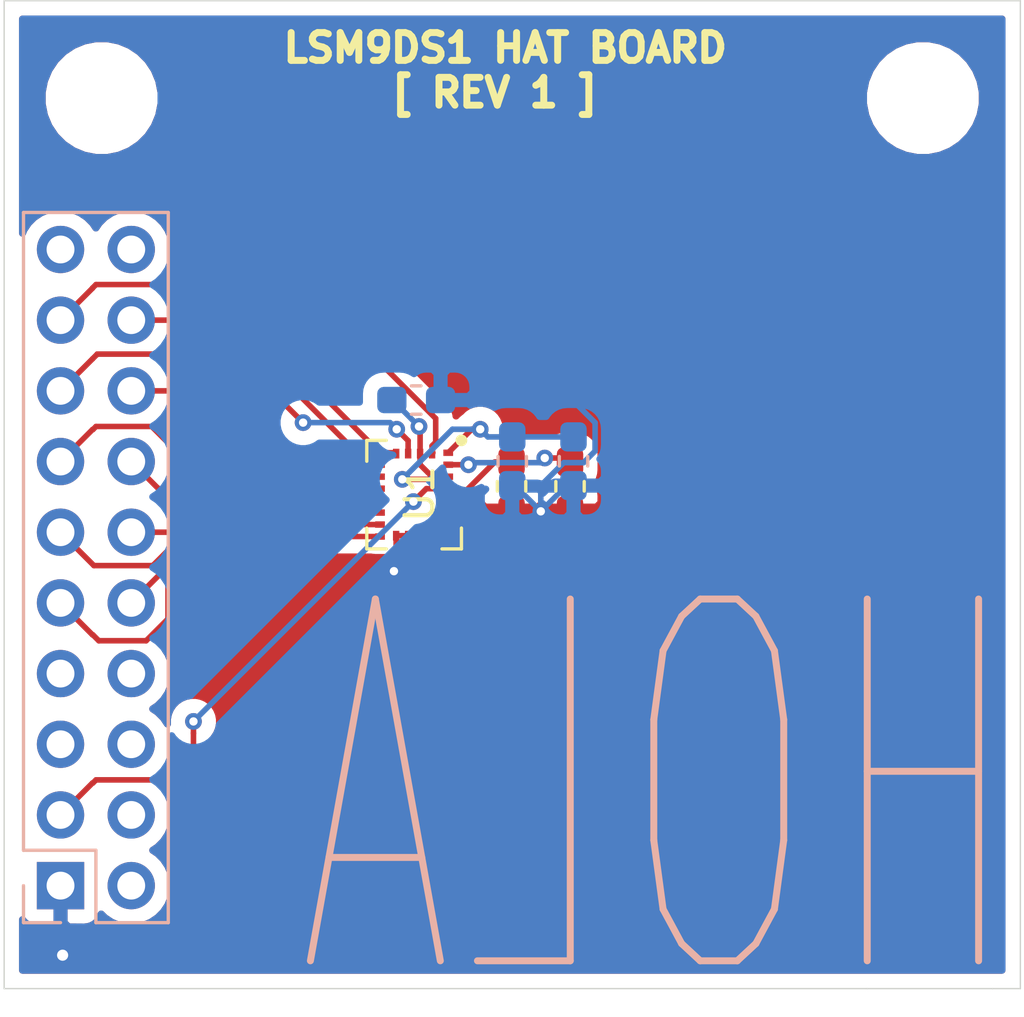
<source format=kicad_pcb>
(kicad_pcb (version 20171130) (host pcbnew "(5.1.6)-1")

  (general
    (thickness 1.6)
    (drawings 8)
    (tracks 133)
    (zones 0)
    (modules 9)
    (nets 23)
  )

  (page A4)
  (layers
    (0 F.Cu signal)
    (31 B.Cu signal)
    (32 B.Adhes user)
    (33 F.Adhes user)
    (34 B.Paste user)
    (35 F.Paste user)
    (36 B.SilkS user)
    (37 F.SilkS user)
    (38 B.Mask user)
    (39 F.Mask user)
    (40 Dwgs.User user)
    (41 Cmts.User user)
    (42 Eco1.User user)
    (43 Eco2.User user)
    (44 Edge.Cuts user)
    (45 Margin user)
    (46 B.CrtYd user)
    (47 F.CrtYd user)
    (48 B.Fab user)
    (49 F.Fab user)
  )

  (setup
    (last_trace_width 0.25)
    (user_trace_width 0.2)
    (user_trace_width 1)
    (user_trace_width 2)
    (trace_clearance 0.2)
    (zone_clearance 0.508)
    (zone_45_only no)
    (trace_min 0.2)
    (via_size 0.8)
    (via_drill 0.4)
    (via_min_size 0.4)
    (via_min_drill 0.3)
    (user_via 0.6 0.3)
    (user_via 1 0.5)
    (uvia_size 0.3)
    (uvia_drill 0.1)
    (uvias_allowed no)
    (uvia_min_size 0.2)
    (uvia_min_drill 0.1)
    (edge_width 0.05)
    (segment_width 0.2)
    (pcb_text_width 0.3)
    (pcb_text_size 1.5 1.5)
    (mod_edge_width 0.12)
    (mod_text_size 1 1)
    (mod_text_width 0.15)
    (pad_size 3 3)
    (pad_drill 3)
    (pad_to_mask_clearance 0.05)
    (aux_axis_origin 0 0)
    (visible_elements 7FFFFFFF)
    (pcbplotparams
      (layerselection 0x010fc_ffffffff)
      (usegerberextensions false)
      (usegerberattributes true)
      (usegerberadvancedattributes true)
      (creategerberjobfile true)
      (excludeedgelayer true)
      (linewidth 0.100000)
      (plotframeref false)
      (viasonmask false)
      (mode 1)
      (useauxorigin false)
      (hpglpennumber 1)
      (hpglpenspeed 20)
      (hpglpendiameter 15.000000)
      (psnegative false)
      (psa4output false)
      (plotreference true)
      (plotvalue true)
      (plotinvisibletext false)
      (padsonsilk false)
      (subtractmaskfromsilk false)
      (outputformat 1)
      (mirror false)
      (drillshape 1)
      (scaleselection 1)
      (outputdirectory ""))
  )

  (net 0 "")
  (net 1 GND)
  (net 2 "Net-(C1-Pad1)")
  (net 3 +3V3)
  (net 4 "Net-(C3-Pad1)")
  (net 5 /MISO)
  (net 6 /SCLK)
  (net 7 /MOSI)
  (net 8 /male_pin/H_RX)
  (net 9 /male_pin/H_TX)
  (net 10 /CS)
  (net 11 /INT1)
  (net 12 /INT2)
  (net 13 /INTM)
  (net 14 /CSM)
  (net 15 /DRDYM)
  (net 16 /DEN)
  (net 17 /male_pin/H_PIN_7)
  (net 18 /male_pin/H_PIN_8)
  (net 19 /male_pin/H_PIN_9)
  (net 20 /male_pin/H_PIN_10)
  (net 21 /male_pin/H_PIN_11)
  (net 22 /male_pin/+BATT)

  (net_class Default "This is the default net class."
    (clearance 0.2)
    (trace_width 0.25)
    (via_dia 0.8)
    (via_drill 0.4)
    (uvia_dia 0.3)
    (uvia_drill 0.1)
    (add_net +3V3)
    (add_net /CS)
    (add_net /CSM)
    (add_net /DEN)
    (add_net /DRDYM)
    (add_net /INT1)
    (add_net /INT2)
    (add_net /INTM)
    (add_net /MISO)
    (add_net /MOSI)
    (add_net /SCLK)
    (add_net /male_pin/+BATT)
    (add_net /male_pin/H_PIN_10)
    (add_net /male_pin/H_PIN_11)
    (add_net /male_pin/H_PIN_7)
    (add_net /male_pin/H_PIN_8)
    (add_net /male_pin/H_PIN_9)
    (add_net /male_pin/H_RX)
    (add_net /male_pin/H_TX)
    (add_net GND)
    (add_net "Net-(C1-Pad1)")
    (add_net "Net-(C3-Pad1)")
  )

  (module MountingHole:MountingHole_3mm (layer F.Cu) (tedit 56D1B4CB) (tstamp 5FF7EE2A)
    (at 162.5 60)
    (descr "Mounting Hole 3mm, no annular")
    (tags "mounting hole 3mm no annular")
    (path /5FA45FD6)
    (attr virtual)
    (fp_text reference H3 (at -4 1) (layer F.SilkS) hide
      (effects (font (size 1 1) (thickness 0.15)))
    )
    (fp_text value MountingHole (at -1.5 2) (layer F.Fab)
      (effects (font (size 1 1) (thickness 0.15)))
    )
    (fp_circle (center 0 0) (end 3 0) (layer Cmts.User) (width 0.15))
    (fp_circle (center 0 0) (end 3.25 0) (layer F.CrtYd) (width 0.05))
    (fp_text user %R (at 0.3 0) (layer F.Fab)
      (effects (font (size 1 1) (thickness 0.15)))
    )
    (pad 1 np_thru_hole circle (at 0 0) (size 3 3) (drill 3) (layers *.Cu *.Mask))
  )

  (module MountingHole:MountingHole_3mm (layer F.Cu) (tedit 56D1B4CB) (tstamp 5FF7EE2A)
    (at 133 60)
    (descr "Mounting Hole 3mm, no annular")
    (tags "mounting hole 3mm no annular")
    (path /5FA45FD6)
    (attr virtual)
    (fp_text reference H1 (at 4 1) (layer F.SilkS) hide
      (effects (font (size 1 1) (thickness 0.15)))
    )
    (fp_text value MountingHole (at 1.5 2 180) (layer F.Fab)
      (effects (font (size 1 1) (thickness 0.15)))
    )
    (fp_circle (center 0 0) (end 3 0) (layer Cmts.User) (width 0.15))
    (fp_circle (center 0 0) (end 3.25 0) (layer F.CrtYd) (width 0.05))
    (fp_text user %R (at 0.3 0) (layer F.Fab)
      (effects (font (size 1 1) (thickness 0.15)))
    )
    (pad 1 np_thru_hole circle (at 0 0) (size 3 3) (drill 3) (layers *.Cu *.Mask))
  )

  (module Connector_PinHeader_2.54mm:PinHeader_2x10_P2.54mm_Vertical (layer B.Cu) (tedit 59FED5CC) (tstamp 5FF84374)
    (at 131.525 88.3)
    (descr "Through hole straight pin header, 2x10, 2.54mm pitch, double rows")
    (tags "Through hole pin header THT 2x10 2.54mm double row")
    (path /5FF642D7/5FF82731)
    (fp_text reference J1 (at 0.975 2.7) (layer F.SilkS) hide
      (effects (font (size 1 1) (thickness 0.15)))
    )
    (fp_text value Conn_02x10_Odd_Even (at -0.525 -11.3 90) (layer F.Fab)
      (effects (font (size 1 1) (thickness 0.15)))
    )
    (fp_line (start 0 1.27) (end 3.81 1.27) (layer B.Fab) (width 0.1))
    (fp_line (start 3.81 1.27) (end 3.81 -24.13) (layer B.Fab) (width 0.1))
    (fp_line (start 3.81 -24.13) (end -1.27 -24.13) (layer B.Fab) (width 0.1))
    (fp_line (start -1.27 -24.13) (end -1.27 0) (layer B.Fab) (width 0.1))
    (fp_line (start -1.27 0) (end 0 1.27) (layer B.Fab) (width 0.1))
    (fp_line (start -1.33 -24.19) (end 3.87 -24.19) (layer B.SilkS) (width 0.12))
    (fp_line (start -1.33 -1.27) (end -1.33 -24.19) (layer B.SilkS) (width 0.12))
    (fp_line (start 3.87 1.33) (end 3.87 -24.19) (layer B.SilkS) (width 0.12))
    (fp_line (start -1.33 -1.27) (end 1.27 -1.27) (layer B.SilkS) (width 0.12))
    (fp_line (start 1.27 -1.27) (end 1.27 1.33) (layer B.SilkS) (width 0.12))
    (fp_line (start 1.27 1.33) (end 3.87 1.33) (layer B.SilkS) (width 0.12))
    (fp_line (start -1.33 0) (end -1.33 1.33) (layer B.SilkS) (width 0.12))
    (fp_line (start -1.33 1.33) (end 0 1.33) (layer B.SilkS) (width 0.12))
    (fp_line (start -1.8 1.8) (end -1.8 -24.65) (layer B.CrtYd) (width 0.05))
    (fp_line (start -1.8 -24.65) (end 4.35 -24.65) (layer B.CrtYd) (width 0.05))
    (fp_line (start 4.35 -24.65) (end 4.35 1.8) (layer B.CrtYd) (width 0.05))
    (fp_line (start 4.35 1.8) (end -1.8 1.8) (layer B.CrtYd) (width 0.05))
    (fp_text user %R (at 1.27 -11.43 -90) (layer B.Fab)
      (effects (font (size 1 1) (thickness 0.15)) (justify mirror))
    )
    (pad 20 thru_hole oval (at 2.54 -22.86) (size 1.7 1.7) (drill 1) (layers *.Cu *.Mask)
      (net 8 /male_pin/H_RX))
    (pad 19 thru_hole oval (at 0 -22.86) (size 1.7 1.7) (drill 1) (layers *.Cu *.Mask)
      (net 9 /male_pin/H_TX))
    (pad 18 thru_hole oval (at 2.54 -20.32) (size 1.7 1.7) (drill 1) (layers *.Cu *.Mask)
      (net 5 /MISO))
    (pad 17 thru_hole oval (at 0 -20.32) (size 1.7 1.7) (drill 1) (layers *.Cu *.Mask)
      (net 6 /SCLK))
    (pad 16 thru_hole oval (at 2.54 -17.78) (size 1.7 1.7) (drill 1) (layers *.Cu *.Mask)
      (net 7 /MOSI))
    (pad 15 thru_hole oval (at 0 -17.78) (size 1.7 1.7) (drill 1) (layers *.Cu *.Mask)
      (net 10 /CS))
    (pad 14 thru_hole oval (at 2.54 -15.24) (size 1.7 1.7) (drill 1) (layers *.Cu *.Mask)
      (net 15 /DRDYM))
    (pad 13 thru_hole oval (at 0 -15.24) (size 1.7 1.7) (drill 1) (layers *.Cu *.Mask)
      (net 14 /CSM))
    (pad 12 thru_hole oval (at 2.54 -12.7) (size 1.7 1.7) (drill 1) (layers *.Cu *.Mask)
      (net 13 /INTM))
    (pad 11 thru_hole oval (at 0 -12.7) (size 1.7 1.7) (drill 1) (layers *.Cu *.Mask)
      (net 11 /INT1))
    (pad 10 thru_hole oval (at 2.54 -10.16) (size 1.7 1.7) (drill 1) (layers *.Cu *.Mask)
      (net 12 /INT2))
    (pad 9 thru_hole oval (at 0 -10.16) (size 1.7 1.7) (drill 1) (layers *.Cu *.Mask)
      (net 16 /DEN))
    (pad 8 thru_hole oval (at 2.54 -7.62) (size 1.7 1.7) (drill 1) (layers *.Cu *.Mask)
      (net 17 /male_pin/H_PIN_7))
    (pad 7 thru_hole oval (at 0 -7.62) (size 1.7 1.7) (drill 1) (layers *.Cu *.Mask)
      (net 18 /male_pin/H_PIN_8))
    (pad 6 thru_hole oval (at 2.54 -5.08) (size 1.7 1.7) (drill 1) (layers *.Cu *.Mask)
      (net 19 /male_pin/H_PIN_9))
    (pad 5 thru_hole oval (at 0 -5.08) (size 1.7 1.7) (drill 1) (layers *.Cu *.Mask)
      (net 20 /male_pin/H_PIN_10))
    (pad 4 thru_hole oval (at 2.54 -2.54) (size 1.7 1.7) (drill 1) (layers *.Cu *.Mask)
      (net 21 /male_pin/H_PIN_11))
    (pad 3 thru_hole oval (at 0 -2.54) (size 1.7 1.7) (drill 1) (layers *.Cu *.Mask)
      (net 3 +3V3))
    (pad 2 thru_hole oval (at 2.54 0) (size 1.7 1.7) (drill 1) (layers *.Cu *.Mask)
      (net 22 /male_pin/+BATT))
    (pad 1 thru_hole rect (at 0 0) (size 1.7 1.7) (drill 1) (layers *.Cu *.Mask)
      (net 1 GND))
    (model ${KISYS3DMOD}/Connector_PinHeader_2.54mm.3dshapes/PinHeader_2x10_P2.54mm_Vertical.wrl
      (at (xyz 0 0 0))
      (scale (xyz 1 1 1))
      (rotate (xyz 0 0 0))
    )
  )

  (module Package_LGA:LGA-24L_3x3.5mm_P0.43mm (layer F.Cu) (tedit 5A02F217) (tstamp 5FF7D40B)
    (at 144.225 74.25 270)
    (descr "LGA 24L 3x3.5mm Pitch 0.43mm")
    (tags "LGA 24L 3x3.5mm Pitch 0.43mm")
    (path /5FF5E858/5FF62050)
    (attr smd)
    (fp_text reference U1 (at -0.025 -0.2 90) (layer F.SilkS)
      (effects (font (size 1 1) (thickness 0.15)))
    )
    (fp_text value LSM9DS1 (at -0.225 0.65 90) (layer F.Fab)
      (effects (font (size 1 1) (thickness 0.15)))
    )
    (fp_circle (center -1.95 -1.7) (end -1.89 -1.7) (layer F.SilkS) (width 0.12))
    (fp_circle (center -1.3 -1) (end -1.3 -0.95) (layer F.Fab) (width 0.1))
    (fp_line (start -2.1 1.85) (end -2.1 -1.85) (layer F.CrtYd) (width 0.05))
    (fp_line (start 2.1 1.85) (end -2.1 1.85) (layer F.CrtYd) (width 0.05))
    (fp_line (start 2.1 -1.85) (end 2.1 1.85) (layer F.CrtYd) (width 0.05))
    (fp_line (start -2.1 -1.85) (end 2.1 -1.85) (layer F.CrtYd) (width 0.05))
    (fp_circle (center -1.95 -1.7) (end -1.8 -1.7) (layer F.SilkS) (width 0.12))
    (fp_line (start -1.95 1.7) (end -1.95 1) (layer F.SilkS) (width 0.12))
    (fp_line (start 1.95 1.7) (end 1.2 1.7) (layer F.SilkS) (width 0.12))
    (fp_line (start 1.95 -1.7) (end 1.95 -1) (layer F.SilkS) (width 0.12))
    (fp_line (start 1.2 -1.7) (end 1.95 -1.7) (layer F.SilkS) (width 0.12))
    (fp_circle (center -1.3 -1) (end -1.3 -0.85) (layer F.Fab) (width 0.1))
    (fp_line (start -1.75 1.5) (end -1.75 -1.5) (layer F.Fab) (width 0.1))
    (fp_line (start 1.75 1.5) (end -1.75 1.5) (layer F.Fab) (width 0.1))
    (fp_line (start 1.75 -1.5) (end 1.75 1.5) (layer F.Fab) (width 0.1))
    (fp_line (start -1.75 -1.5) (end 1.75 -1.5) (layer F.Fab) (width 0.1))
    (fp_line (start 1.95 1) (end 1.95 1.7) (layer F.SilkS) (width 0.12))
    (fp_line (start -1.2 1.7) (end -1.95 1.7) (layer F.SilkS) (width 0.12))
    (fp_text user %R (at -0.025 -0.325 90) (layer F.Fab)
      (effects (font (size 1 1) (thickness 0.15)))
    )
    (pad 13 smd rect (at 1.505 1.225 270) (size 0.23 0.35) (layers F.Cu F.Paste F.Mask)
      (net 16 /DEN))
    (pad 12 smd rect (at 1.075 1.225 270) (size 0.23 0.35) (layers F.Cu F.Paste F.Mask)
      (net 12 /INT2))
    (pad 11 smd rect (at 0.645 1.225 270) (size 0.23 0.35) (layers F.Cu F.Paste F.Mask)
      (net 11 /INT1))
    (pad 10 smd rect (at 0.215 1.225 270) (size 0.23 0.35) (layers F.Cu F.Paste F.Mask)
      (net 13 /INTM))
    (pad 9 smd rect (at -0.215 1.225 270) (size 0.23 0.35) (layers F.Cu F.Paste F.Mask)
      (net 15 /DRDYM))
    (pad 8 smd rect (at -0.645 1.225 270) (size 0.23 0.35) (layers F.Cu F.Paste F.Mask)
      (net 14 /CSM))
    (pad 7 smd rect (at -1.075 1.225 270) (size 0.23 0.35) (layers F.Cu F.Paste F.Mask)
      (net 10 /CS))
    (pad 6 smd rect (at -1.505 1.225 270) (size 0.23 0.35) (layers F.Cu F.Paste F.Mask)
      (net 5 /MISO))
    (pad 18 smd rect (at 1.505 -1.225 270) (size 0.23 0.35) (layers F.Cu F.Paste F.Mask)
      (net 1 GND))
    (pad 19 smd rect (at 1.075 -1.225 270) (size 0.23 0.35) (layers F.Cu F.Paste F.Mask)
      (net 1 GND))
    (pad 20 smd rect (at 0.645 -1.225 270) (size 0.23 0.35) (layers F.Cu F.Paste F.Mask)
      (net 1 GND))
    (pad 21 smd rect (at 0.215 -1.225 270) (size 0.23 0.35) (layers F.Cu F.Paste F.Mask)
      (net 2 "Net-(C1-Pad1)"))
    (pad 22 smd rect (at -0.215 -1.225 270) (size 0.23 0.35) (layers F.Cu F.Paste F.Mask)
      (net 3 +3V3))
    (pad 23 smd rect (at -0.645 -1.225 270) (size 0.23 0.35) (layers F.Cu F.Paste F.Mask)
      (net 3 +3V3))
    (pad 24 smd rect (at -1.075 -1.225 270) (size 0.23 0.35) (layers F.Cu F.Paste F.Mask)
      (net 4 "Net-(C3-Pad1)"))
    (pad 14 smd rect (at 1.475 0.645 270) (size 0.35 0.23) (layers F.Cu F.Paste F.Mask)
      (net 1 GND))
    (pad 5 smd rect (at -1.475 0.645 270) (size 0.35 0.23) (layers F.Cu F.Paste F.Mask)
      (net 5 /MISO))
    (pad 15 smd rect (at 1.475 0.215 270) (size 0.35 0.23) (layers F.Cu F.Paste F.Mask)
      (net 1 GND))
    (pad 4 smd rect (at -1.475 0.215 270) (size 0.35 0.23) (layers F.Cu F.Paste F.Mask)
      (net 7 /MOSI))
    (pad 16 smd rect (at 1.475 -0.215 270) (size 0.35 0.23) (layers F.Cu F.Paste F.Mask)
      (net 1 GND))
    (pad 3 smd rect (at -1.475 -0.215 270) (size 0.35 0.23) (layers F.Cu F.Paste F.Mask)
      (net 3 +3V3))
    (pad 17 smd rect (at 1.475 -0.645 270) (size 0.35 0.23) (layers F.Cu F.Paste F.Mask)
      (net 1 GND))
    (pad 2 smd rect (at -1.475 -0.645 270) (size 0.35 0.23) (layers F.Cu F.Paste F.Mask)
      (net 6 /SCLK))
    (pad 1 smd rect (at -1.505 -1.225 270) (size 0.23 0.35) (layers F.Cu F.Paste F.Mask)
      (net 3 +3V3))
    (model ${KISYS3DMOD}/Package_LGA.3dshapes/LGA-24L_3x3.5mm_P0.43mm.wrl
      (at (xyz 0 0 0))
      (scale (xyz 1 1 1))
      (rotate (xyz 0 0 0))
    )
  )

  (module Capacitor_SMD:C_0603_1608Metric_Pad1.05x0.95mm_HandSolder (layer B.Cu) (tedit 5B301BBE) (tstamp 5FF7D3B4)
    (at 149.95 73.05 270)
    (descr "Capacitor SMD 0603 (1608 Metric), square (rectangular) end terminal, IPC_7351 nominal with elongated pad for handsoldering. (Body size source: http://www.tortai-tech.com/upload/download/2011102023233369053.pdf), generated with kicad-footprint-generator")
    (tags "capacitor handsolder")
    (path /5FF5E858/5FF62068)
    (attr smd)
    (fp_text reference C5 (at 1.8 0 180) (layer B.SilkS) hide
      (effects (font (size 1 1) (thickness 0.15)) (justify mirror))
    )
    (fp_text value 10uF (at 0.1 0.1 270) (layer B.Fab)
      (effects (font (size 1 1) (thickness 0.15)) (justify mirror))
    )
    (fp_line (start -0.8 -0.4) (end -0.8 0.4) (layer B.Fab) (width 0.1))
    (fp_line (start -0.8 0.4) (end 0.8 0.4) (layer B.Fab) (width 0.1))
    (fp_line (start 0.8 0.4) (end 0.8 -0.4) (layer B.Fab) (width 0.1))
    (fp_line (start 0.8 -0.4) (end -0.8 -0.4) (layer B.Fab) (width 0.1))
    (fp_line (start -0.171267 0.51) (end 0.171267 0.51) (layer B.SilkS) (width 0.12))
    (fp_line (start -0.171267 -0.51) (end 0.171267 -0.51) (layer B.SilkS) (width 0.12))
    (fp_line (start -1.65 -0.73) (end -1.65 0.73) (layer B.CrtYd) (width 0.05))
    (fp_line (start -1.65 0.73) (end 1.65 0.73) (layer B.CrtYd) (width 0.05))
    (fp_line (start 1.65 0.73) (end 1.65 -0.73) (layer B.CrtYd) (width 0.05))
    (fp_line (start 1.65 -0.73) (end -1.65 -0.73) (layer B.CrtYd) (width 0.05))
    (fp_text user %R (at 0 0 270) (layer B.Fab)
      (effects (font (size 0.4 0.4) (thickness 0.06)) (justify mirror))
    )
    (pad 2 smd roundrect (at 0.875 0 270) (size 1.05 0.95) (layers B.Cu B.Paste B.Mask) (roundrect_rratio 0.25)
      (net 1 GND))
    (pad 1 smd roundrect (at -0.875 0 270) (size 1.05 0.95) (layers B.Cu B.Paste B.Mask) (roundrect_rratio 0.25)
      (net 3 +3V3))
    (model ${KISYS3DMOD}/Capacitor_SMD.3dshapes/C_0603_1608Metric.wrl
      (at (xyz 0 0 0))
      (scale (xyz 1 1 1))
      (rotate (xyz 0 0 0))
    )
  )

  (module Capacitor_SMD:C_0603_1608Metric_Pad1.05x0.95mm_HandSolder (layer B.Cu) (tedit 5B301BBE) (tstamp 5FF7D3A3)
    (at 147.75 73.05 270)
    (descr "Capacitor SMD 0603 (1608 Metric), square (rectangular) end terminal, IPC_7351 nominal with elongated pad for handsoldering. (Body size source: http://www.tortai-tech.com/upload/download/2011102023233369053.pdf), generated with kicad-footprint-generator")
    (tags "capacitor handsolder")
    (path /5FF5E858/5FF62062)
    (attr smd)
    (fp_text reference C4 (at 1.8 0 180) (layer B.SilkS) hide
      (effects (font (size 1 1) (thickness 0.15)) (justify mirror))
    )
    (fp_text value 100nF (at -0.2 -0.1 90) (layer B.Fab)
      (effects (font (size 1 1) (thickness 0.15)) (justify mirror))
    )
    (fp_line (start -0.8 -0.4) (end -0.8 0.4) (layer B.Fab) (width 0.1))
    (fp_line (start -0.8 0.4) (end 0.8 0.4) (layer B.Fab) (width 0.1))
    (fp_line (start 0.8 0.4) (end 0.8 -0.4) (layer B.Fab) (width 0.1))
    (fp_line (start 0.8 -0.4) (end -0.8 -0.4) (layer B.Fab) (width 0.1))
    (fp_line (start -0.171267 0.51) (end 0.171267 0.51) (layer B.SilkS) (width 0.12))
    (fp_line (start -0.171267 -0.51) (end 0.171267 -0.51) (layer B.SilkS) (width 0.12))
    (fp_line (start -1.65 -0.73) (end -1.65 0.73) (layer B.CrtYd) (width 0.05))
    (fp_line (start -1.65 0.73) (end 1.65 0.73) (layer B.CrtYd) (width 0.05))
    (fp_line (start 1.65 0.73) (end 1.65 -0.73) (layer B.CrtYd) (width 0.05))
    (fp_line (start 1.65 -0.73) (end -1.65 -0.73) (layer B.CrtYd) (width 0.05))
    (fp_text user %R (at 0 0 270) (layer B.Fab)
      (effects (font (size 0.4 0.4) (thickness 0.06)) (justify mirror))
    )
    (pad 2 smd roundrect (at 0.875 0 270) (size 1.05 0.95) (layers B.Cu B.Paste B.Mask) (roundrect_rratio 0.25)
      (net 1 GND))
    (pad 1 smd roundrect (at -0.875 0 270) (size 1.05 0.95) (layers B.Cu B.Paste B.Mask) (roundrect_rratio 0.25)
      (net 3 +3V3))
    (model ${KISYS3DMOD}/Capacitor_SMD.3dshapes/C_0603_1608Metric.wrl
      (at (xyz 0 0 0))
      (scale (xyz 1 1 1))
      (rotate (xyz 0 0 0))
    )
  )

  (module Capacitor_SMD:C_0603_1608Metric_Pad1.05x0.95mm_HandSolder (layer F.Cu) (tedit 5B301BBE) (tstamp 5FF7D392)
    (at 149.825 73.95 270)
    (descr "Capacitor SMD 0603 (1608 Metric), square (rectangular) end terminal, IPC_7351 nominal with elongated pad for handsoldering. (Body size source: http://www.tortai-tech.com/upload/download/2011102023233369053.pdf), generated with kicad-footprint-generator")
    (tags "capacitor handsolder")
    (path /5FF5E858/5FF62085)
    (attr smd)
    (fp_text reference C3 (at 2.05 0 180) (layer F.SilkS) hide
      (effects (font (size 1 1) (thickness 0.15)))
    )
    (fp_text value 100nF (at 0 -0.1 90) (layer F.Fab)
      (effects (font (size 1 1) (thickness 0.15)))
    )
    (fp_line (start -0.8 0.4) (end -0.8 -0.4) (layer F.Fab) (width 0.1))
    (fp_line (start -0.8 -0.4) (end 0.8 -0.4) (layer F.Fab) (width 0.1))
    (fp_line (start 0.8 -0.4) (end 0.8 0.4) (layer F.Fab) (width 0.1))
    (fp_line (start 0.8 0.4) (end -0.8 0.4) (layer F.Fab) (width 0.1))
    (fp_line (start -0.171267 -0.51) (end 0.171267 -0.51) (layer F.SilkS) (width 0.12))
    (fp_line (start -0.171267 0.51) (end 0.171267 0.51) (layer F.SilkS) (width 0.12))
    (fp_line (start -1.65 0.73) (end -1.65 -0.73) (layer F.CrtYd) (width 0.05))
    (fp_line (start -1.65 -0.73) (end 1.65 -0.73) (layer F.CrtYd) (width 0.05))
    (fp_line (start 1.65 -0.73) (end 1.65 0.73) (layer F.CrtYd) (width 0.05))
    (fp_line (start 1.65 0.73) (end -1.65 0.73) (layer F.CrtYd) (width 0.05))
    (fp_text user %R (at 0 0 90) (layer F.Fab)
      (effects (font (size 0.4 0.4) (thickness 0.06)))
    )
    (pad 2 smd roundrect (at 0.875 0 270) (size 1.05 0.95) (layers F.Cu F.Paste F.Mask) (roundrect_rratio 0.25)
      (net 1 GND))
    (pad 1 smd roundrect (at -0.875 0 270) (size 1.05 0.95) (layers F.Cu F.Paste F.Mask) (roundrect_rratio 0.25)
      (net 4 "Net-(C3-Pad1)"))
    (model ${KISYS3DMOD}/Capacitor_SMD.3dshapes/C_0603_1608Metric.wrl
      (at (xyz 0 0 0))
      (scale (xyz 1 1 1))
      (rotate (xyz 0 0 0))
    )
  )

  (module Capacitor_SMD:C_0603_1608Metric_Pad1.05x0.95mm_HandSolder (layer B.Cu) (tedit 5B301BBE) (tstamp 5FF7D381)
    (at 144.3 70.85)
    (descr "Capacitor SMD 0603 (1608 Metric), square (rectangular) end terminal, IPC_7351 nominal with elongated pad for handsoldering. (Body size source: http://www.tortai-tech.com/upload/download/2011102023233369053.pdf), generated with kicad-footprint-generator")
    (tags "capacitor handsolder")
    (path /5FF5E858/5FF620AD)
    (attr smd)
    (fp_text reference C2 (at 1.8 0 90) (layer B.SilkS) hide
      (effects (font (size 1 1) (thickness 0.15)) (justify mirror))
    )
    (fp_text value 100nF (at -0.2 0) (layer B.Fab)
      (effects (font (size 1 1) (thickness 0.15)) (justify mirror))
    )
    (fp_line (start -0.8 -0.4) (end -0.8 0.4) (layer B.Fab) (width 0.1))
    (fp_line (start -0.8 0.4) (end 0.8 0.4) (layer B.Fab) (width 0.1))
    (fp_line (start 0.8 0.4) (end 0.8 -0.4) (layer B.Fab) (width 0.1))
    (fp_line (start 0.8 -0.4) (end -0.8 -0.4) (layer B.Fab) (width 0.1))
    (fp_line (start -0.171267 0.51) (end 0.171267 0.51) (layer B.SilkS) (width 0.12))
    (fp_line (start -0.171267 -0.51) (end 0.171267 -0.51) (layer B.SilkS) (width 0.12))
    (fp_line (start -1.65 -0.73) (end -1.65 0.73) (layer B.CrtYd) (width 0.05))
    (fp_line (start -1.65 0.73) (end 1.65 0.73) (layer B.CrtYd) (width 0.05))
    (fp_line (start 1.65 0.73) (end 1.65 -0.73) (layer B.CrtYd) (width 0.05))
    (fp_line (start 1.65 -0.73) (end -1.65 -0.73) (layer B.CrtYd) (width 0.05))
    (fp_text user %R (at 0 0) (layer B.Fab)
      (effects (font (size 0.4 0.4) (thickness 0.06)) (justify mirror))
    )
    (pad 2 smd roundrect (at 0.875 0) (size 1.05 0.95) (layers B.Cu B.Paste B.Mask) (roundrect_rratio 0.25)
      (net 1 GND))
    (pad 1 smd roundrect (at -0.875 0) (size 1.05 0.95) (layers B.Cu B.Paste B.Mask) (roundrect_rratio 0.25)
      (net 3 +3V3))
    (model ${KISYS3DMOD}/Capacitor_SMD.3dshapes/C_0603_1608Metric.wrl
      (at (xyz 0 0 0))
      (scale (xyz 1 1 1))
      (rotate (xyz 0 0 0))
    )
  )

  (module Capacitor_SMD:C_0603_1608Metric_Pad1.05x0.95mm_HandSolder (layer F.Cu) (tedit 5B301BBE) (tstamp 5FF7D370)
    (at 147.725 73.95 270)
    (descr "Capacitor SMD 0603 (1608 Metric), square (rectangular) end terminal, IPC_7351 nominal with elongated pad for handsoldering. (Body size source: http://www.tortai-tech.com/upload/download/2011102023233369053.pdf), generated with kicad-footprint-generator")
    (tags "capacitor handsolder")
    (path /5FF5E858/5FF62095)
    (attr smd)
    (fp_text reference C1 (at 2 -0.1) (layer F.SilkS) hide
      (effects (font (size 1 1) (thickness 0.15)))
    )
    (fp_text value 10nF (at 0 0.1 90) (layer F.Fab)
      (effects (font (size 1 1) (thickness 0.15)))
    )
    (fp_line (start -0.8 0.4) (end -0.8 -0.4) (layer F.Fab) (width 0.1))
    (fp_line (start -0.8 -0.4) (end 0.8 -0.4) (layer F.Fab) (width 0.1))
    (fp_line (start 0.8 -0.4) (end 0.8 0.4) (layer F.Fab) (width 0.1))
    (fp_line (start 0.8 0.4) (end -0.8 0.4) (layer F.Fab) (width 0.1))
    (fp_line (start -0.171267 -0.51) (end 0.171267 -0.51) (layer F.SilkS) (width 0.12))
    (fp_line (start -0.171267 0.51) (end 0.171267 0.51) (layer F.SilkS) (width 0.12))
    (fp_line (start -1.65 0.73) (end -1.65 -0.73) (layer F.CrtYd) (width 0.05))
    (fp_line (start -1.65 -0.73) (end 1.65 -0.73) (layer F.CrtYd) (width 0.05))
    (fp_line (start 1.65 -0.73) (end 1.65 0.73) (layer F.CrtYd) (width 0.05))
    (fp_line (start 1.65 0.73) (end -1.65 0.73) (layer F.CrtYd) (width 0.05))
    (fp_text user %R (at 0 0 90) (layer F.Fab)
      (effects (font (size 0.4 0.4) (thickness 0.06)))
    )
    (pad 2 smd roundrect (at 0.875 0 270) (size 1.05 0.95) (layers F.Cu F.Paste F.Mask) (roundrect_rratio 0.25)
      (net 1 GND))
    (pad 1 smd roundrect (at -0.875 0 270) (size 1.05 0.95) (layers F.Cu F.Paste F.Mask) (roundrect_rratio 0.25)
      (net 2 "Net-(C1-Pad1)"))
    (model ${KISYS3DMOD}/Capacitor_SMD.3dshapes/C_0603_1608Metric.wrl
      (at (xyz 0 0 0))
      (scale (xyz 1 1 1))
      (rotate (xyz 0 0 0))
    )
  )

  (gr_text HOLA (at 153 85) (layer B.SilkS)
    (effects (font (size 13 7) (thickness 0.25)) (justify mirror))
  )
  (gr_text "LSM9DS1 HAT BOARD\n           [ REV 1 ]            " (at 147.5 59) (layer F.SilkS)
    (effects (font (size 1 1) (thickness 0.25)))
  )
  (gr_line (start 166 92) (end 165 92) (layer Edge.Cuts) (width 0.05) (tstamp 5FFBE8E0))
  (gr_line (start 166 56.5) (end 166 92) (layer Edge.Cuts) (width 0.05))
  (gr_line (start 165 92) (end 160.5 92) (layer Edge.Cuts) (width 0.05) (tstamp 5FFBE8DA))
  (gr_line (start 129.5 56.5) (end 166 56.5) (layer Edge.Cuts) (width 0.05))
  (gr_line (start 129.5 92) (end 160.5 92) (layer Edge.Cuts) (width 0.05))
  (gr_line (start 129.5 56.5) (end 129.5 92) (layer Edge.Cuts) (width 0.05))

  (via (at 131.6 90.8) (size 0.8) (drill 0.4) (layers F.Cu B.Cu) (net 1))
  (segment (start 131.6 90.8) (end 131.6 88.375) (width 0.25) (layer F.Cu) (net 1))
  (segment (start 131.6 88.375) (end 131.525 88.3) (width 0.2) (layer F.Cu) (net 1))
  (via (at 148.775 74.85) (size 0.6) (drill 0.3) (layers F.Cu B.Cu) (net 1))
  (segment (start 145.45 75.325) (end 145.45 75.755) (width 0.2) (layer F.Cu) (net 1))
  (segment (start 144.9 75.755) (end 144.87 75.725) (width 0.2) (layer F.Cu) (net 1))
  (segment (start 145.45 75.755) (end 144.9 75.755) (width 0.2) (layer F.Cu) (net 1))
  (segment (start 143.58 75.725) (end 144.01 75.725) (width 0.2) (layer F.Cu) (net 1))
  (segment (start 144.44 75.725) (end 144.01 75.725) (width 0.2) (layer F.Cu) (net 1))
  (segment (start 144.44 75.725) (end 144.87 75.725) (width 0.2) (layer F.Cu) (net 1))
  (segment (start 148.8 74.825) (end 148.775 74.85) (width 0.2) (layer F.Cu) (net 1))
  (segment (start 149.825 74.825) (end 148.8 74.825) (width 0.2) (layer F.Cu) (net 1))
  (segment (start 147.85 73.925) (end 148.775 74.85) (width 0.2) (layer B.Cu) (net 1))
  (segment (start 147.75 73.925) (end 147.85 73.925) (width 0.2) (layer B.Cu) (net 1))
  (segment (start 149.7 73.925) (end 148.775 74.85) (width 0.2) (layer B.Cu) (net 1))
  (segment (start 149.95 73.925) (end 149.7 73.925) (width 0.2) (layer B.Cu) (net 1))
  (segment (start 148.725 74.9) (end 148.775 74.85) (width 0.2) (layer B.Cu) (net 1))
  (segment (start 148.8 74.825) (end 148.775 74.85) (width 0.2) (layer B.Cu) (net 1))
  (segment (start 148.775 73.925) (end 148.775 74.85) (width 0.2) (layer B.Cu) (net 1))
  (segment (start 149.6 73.1) (end 148.775 73.925) (width 0.2) (layer B.Cu) (net 1))
  (segment (start 149.910156 70.85) (end 150.72501 71.664854) (width 0.2) (layer B.Cu) (net 1))
  (segment (start 145.175 70.85) (end 149.910156 70.85) (width 0.2) (layer B.Cu) (net 1))
  (segment (start 150.72501 71.664854) (end 150.72501 72.685146) (width 0.2) (layer B.Cu) (net 1))
  (segment (start 150.310156 73.1) (end 149.6 73.1) (width 0.2) (layer B.Cu) (net 1))
  (segment (start 150.72501 72.685146) (end 150.310156 73.1) (width 0.2) (layer B.Cu) (net 1))
  (segment (start 145.460001 74.905001) (end 145.45 74.905001) (width 0.2) (layer F.Cu) (net 1))
  (segment (start 148.75 74.825) (end 148.775 74.85) (width 0.2) (layer F.Cu) (net 1))
  (segment (start 147.725 74.825) (end 148.75 74.825) (width 0.2) (layer F.Cu) (net 1))
  (segment (start 145.45 75.325) (end 145.45 74.895) (width 0.2) (layer F.Cu) (net 1))
  (via (at 143.5 77) (size 0.6) (drill 0.3) (layers F.Cu B.Cu) (net 1))
  (segment (start 143.58 75.725) (end 143.58 76.92) (width 0.2) (layer F.Cu) (net 1))
  (segment (start 143.58 76.92) (end 143.5 77) (width 0.2) (layer F.Cu) (net 1))
  (segment (start 145.465 74.465) (end 145.479999 74.479999) (width 0.2) (layer F.Cu) (net 2))
  (segment (start 145.45 74.465) (end 145.465 74.465) (width 0.2) (layer F.Cu) (net 2))
  (segment (start 145.735 74.465) (end 145.45 74.465) (width 0.2) (layer F.Cu) (net 2))
  (segment (start 147.125 73.075) (end 145.735 74.465) (width 0.2) (layer F.Cu) (net 2))
  (segment (start 147.725 73.075) (end 147.125 73.075) (width 0.2) (layer F.Cu) (net 2))
  (segment (start 147.75 72.175) (end 149.95 72.175) (width 0.2) (layer B.Cu) (net 3))
  (via (at 146.599265 71.900735) (size 0.6) (drill 0.3) (layers F.Cu B.Cu) (net 3))
  (segment (start 147.75 72.175) (end 146.87353 72.175) (width 0.2) (layer B.Cu) (net 3))
  (segment (start 146.87353 72.175) (end 146.599265 71.900735) (width 0.2) (layer B.Cu) (net 3))
  (segment (start 146.294265 71.900735) (end 145.45 72.745) (width 0.2) (layer F.Cu) (net 3))
  (segment (start 146.599265 71.900735) (end 146.294265 71.900735) (width 0.2) (layer F.Cu) (net 3))
  (segment (start 145.45 73.605) (end 145.45 74.035) (width 0.2) (layer F.Cu) (net 3))
  (via (at 144.4 71.8) (size 0.6) (drill 0.3) (layers F.Cu B.Cu) (net 3))
  (segment (start 143.425 70.85) (end 143.45 70.85) (width 0.2) (layer B.Cu) (net 3))
  (segment (start 143.45 70.85) (end 144.4 71.8) (width 0.2) (layer B.Cu) (net 3))
  (segment (start 144.44 71.84) (end 144.44 72.775) (width 0.2) (layer F.Cu) (net 3))
  (segment (start 144.4 71.8) (end 144.44 71.84) (width 0.2) (layer F.Cu) (net 3))
  (segment (start 145.45 74.035) (end 144.665 74.035) (width 0.2) (layer F.Cu) (net 3))
  (via (at 144.2 74.5) (size 0.6) (drill 0.3) (layers F.Cu B.Cu) (net 3))
  (segment (start 144.665 74.035) (end 144.2 74.5) (width 0.2) (layer F.Cu) (net 3))
  (via (at 136.3 82.4) (size 0.6) (drill 0.3) (layers F.Cu B.Cu) (net 3))
  (segment (start 144.2 74.5) (end 136.3 82.4) (width 0.2) (layer B.Cu) (net 3))
  (segment (start 144.44 73.175002) (end 144.869998 73.605) (width 0.2) (layer F.Cu) (net 3))
  (segment (start 144.869998 73.605) (end 145.45 73.605) (width 0.2) (layer F.Cu) (net 3))
  (segment (start 144.44 72.775) (end 144.44 73.175002) (width 0.2) (layer F.Cu) (net 3))
  (segment (start 146.599265 71.900735) (end 145.599265 71.900735) (width 0.2) (layer B.Cu) (net 3))
  (via (at 143.8 73.7) (size 0.6) (drill 0.3) (layers F.Cu B.Cu) (net 3))
  (segment (start 145.599265 71.900735) (end 143.8 73.7) (width 0.2) (layer B.Cu) (net 3))
  (segment (start 145.355 73.7) (end 145.45 73.605) (width 0.2) (layer F.Cu) (net 3))
  (segment (start 143.8 73.7) (end 145.355 73.7) (width 0.2) (layer F.Cu) (net 3))
  (segment (start 136.3 82.824264) (end 136.3 82.4) (width 0.2) (layer F.Cu) (net 3))
  (segment (start 136.3 83.4) (end 136.3 82.824264) (width 0.2) (layer F.Cu) (net 3))
  (segment (start 132.675001 84.609999) (end 132.690001 84.609999) (width 0.2) (layer F.Cu) (net 3))
  (segment (start 135.2 84.5) (end 136.3 83.4) (width 0.2) (layer F.Cu) (net 3))
  (segment (start 131.525 85.76) (end 132.675001 84.609999) (width 0.2) (layer F.Cu) (net 3))
  (segment (start 132.690001 84.609999) (end 132.8 84.5) (width 0.2) (layer F.Cu) (net 3))
  (segment (start 132.8 84.5) (end 135.2 84.5) (width 0.2) (layer F.Cu) (net 3))
  (segment (start 149.9 73.35) (end 149.8 73.25) (width 0.2) (layer F.Cu) (net 4))
  (via (at 146.17647 73.175) (size 0.6) (drill 0.3) (layers F.Cu B.Cu) (net 4))
  (segment (start 145.45 73.175) (end 146.17647 73.175) (width 0.2) (layer F.Cu) (net 4))
  (via (at 148.917319 72.934152) (size 0.6) (drill 0.3) (layers F.Cu B.Cu) (net 4))
  (segment (start 148.751481 73.09999) (end 148.917319 72.934152) (width 0.2) (layer B.Cu) (net 4))
  (segment (start 146.17647 73.175) (end 146.25148 73.09999) (width 0.2) (layer B.Cu) (net 4))
  (segment (start 146.25148 73.09999) (end 148.751481 73.09999) (width 0.2) (layer B.Cu) (net 4))
  (segment (start 149.684152 72.934152) (end 149.825 73.075) (width 0.2) (layer F.Cu) (net 4))
  (segment (start 148.917319 72.934152) (end 149.684152 72.934152) (width 0.2) (layer F.Cu) (net 4))
  (segment (start 138.235 67.98) (end 143 72.745) (width 0.2) (layer F.Cu) (net 5))
  (segment (start 134.065 67.98) (end 138.235 67.98) (width 0.2) (layer F.Cu) (net 5))
  (segment (start 143.55 72.745) (end 143.58 72.775) (width 0.2) (layer F.Cu) (net 5))
  (segment (start 143 72.745) (end 143.55 72.745) (width 0.2) (layer F.Cu) (net 5))
  (segment (start 144.87 72.775) (end 144.9 72.745) (width 0.2) (layer F.Cu) (net 6))
  (segment (start 145 72.364998) (end 144.87 72.494998) (width 0.2) (layer F.Cu) (net 6))
  (segment (start 144.87 72.494998) (end 144.87 72.775) (width 0.2) (layer F.Cu) (net 6))
  (segment (start 145 71.511998) (end 145 72.364998) (width 0.2) (layer F.Cu) (net 6))
  (segment (start 140.2 66.711998) (end 145 71.511998) (width 0.2) (layer F.Cu) (net 6))
  (segment (start 132.675001 66.829999) (end 132.675001 66.824999) (width 0.2) (layer F.Cu) (net 6))
  (segment (start 132.8 66.7) (end 140.2 66.7) (width 0.2) (layer F.Cu) (net 6))
  (segment (start 131.525 67.98) (end 132.675001 66.829999) (width 0.2) (layer F.Cu) (net 6))
  (segment (start 132.675001 66.824999) (end 132.8 66.7) (width 0.2) (layer F.Cu) (net 6))
  (segment (start 140.2 66.7) (end 140.2 66.711998) (width 0.2) (layer F.Cu) (net 6))
  (via (at 140.238234 71.661766) (size 0.6) (drill 0.3) (layers F.Cu B.Cu) (net 7))
  (segment (start 134.065 70.52) (end 139.096468 70.52) (width 0.2) (layer F.Cu) (net 7))
  (segment (start 139.096468 70.52) (end 140.238234 71.661766) (width 0.2) (layer F.Cu) (net 7))
  (via (at 143.6 71.9) (size 0.6) (drill 0.3) (layers F.Cu B.Cu) (net 7))
  (segment (start 140.238234 71.661766) (end 143.361766 71.661766) (width 0.2) (layer B.Cu) (net 7))
  (segment (start 143.361766 71.661766) (end 143.6 71.9) (width 0.2) (layer B.Cu) (net 7))
  (segment (start 144.01 72.31) (end 144.01 72.775) (width 0.2) (layer F.Cu) (net 7))
  (segment (start 143.6 71.9) (end 144.01 72.31) (width 0.2) (layer F.Cu) (net 7))
  (segment (start 131.525 70.52) (end 132.675001 69.369999) (width 0.2) (layer F.Cu) (net 10))
  (segment (start 132.845 69.2) (end 132.675001 69.369999) (width 0.2) (layer F.Cu) (net 10))
  (segment (start 132.9 69.2) (end 132.845 69.2) (width 0.2) (layer F.Cu) (net 10))
  (segment (start 142.599998 73.175) (end 143 73.175) (width 0.2) (layer F.Cu) (net 10))
  (segment (start 132.845 69.2) (end 138.624998 69.2) (width 0.2) (layer F.Cu) (net 10))
  (segment (start 138.624998 69.2) (end 142.599998 73.175) (width 0.2) (layer F.Cu) (net 10))
  (segment (start 143 74.895) (end 136.744302 74.895) (width 0.2) (layer F.Cu) (net 11))
  (segment (start 132.725 76.8) (end 134.8 76.8) (width 0.2) (layer F.Cu) (net 11))
  (segment (start 134.8 76.8) (end 134.819651 76.819651) (width 0.2) (layer F.Cu) (net 11))
  (segment (start 136.744302 74.895) (end 134.819651 76.819651) (width 0.2) (layer F.Cu) (net 11))
  (segment (start 131.525 75.6) (end 132.725 76.8) (width 0.2) (layer F.Cu) (net 11))
  (segment (start 136.88 75.325) (end 143 75.325) (width 0.2) (layer F.Cu) (net 12))
  (segment (start 134.065 78.14) (end 136.88 75.325) (width 0.2) (layer F.Cu) (net 12))
  (segment (start 134.065 75.6) (end 135.473604 75.6) (width 0.2) (layer F.Cu) (net 13))
  (segment (start 136.608604 74.465) (end 143 74.465) (width 0.2) (layer F.Cu) (net 13))
  (segment (start 135.473604 75.6) (end 136.608604 74.465) (width 0.2) (layer F.Cu) (net 13))
  (segment (start 131.525 73.06) (end 132.675001 71.909999) (width 0.2) (layer F.Cu) (net 14))
  (segment (start 136.605 73.605) (end 143 73.605) (width 0.2) (layer F.Cu) (net 14))
  (segment (start 132.675001 71.909999) (end 132.690001 71.909999) (width 0.2) (layer F.Cu) (net 14))
  (segment (start 132.690001 71.909999) (end 132.8 71.8) (width 0.2) (layer F.Cu) (net 14))
  (segment (start 134.8 71.8) (end 136.605 73.605) (width 0.2) (layer F.Cu) (net 14))
  (segment (start 132.8 71.8) (end 134.8 71.8) (width 0.2) (layer F.Cu) (net 14))
  (segment (start 135.09998 74.035) (end 143 74.035) (width 0.2) (layer F.Cu) (net 15))
  (segment (start 135.04 74.035) (end 135.09998 74.035) (width 0.2) (layer F.Cu) (net 15))
  (segment (start 134.065 73.06) (end 135.04 74.035) (width 0.2) (layer F.Cu) (net 15))
  (segment (start 132.9 79.5) (end 132.690001 79.290001) (width 0.2) (layer F.Cu) (net 16))
  (segment (start 137.015698 75.755) (end 135.385349 77.385349) (width 0.2) (layer F.Cu) (net 16))
  (segment (start 135.385349 77.385349) (end 135.385349 78.714651) (width 0.2) (layer F.Cu) (net 16))
  (segment (start 132.675001 79.290001) (end 131.525 78.14) (width 0.2) (layer F.Cu) (net 16))
  (segment (start 134.6 79.5) (end 132.9 79.5) (width 0.2) (layer F.Cu) (net 16))
  (segment (start 143 75.755) (end 137.015698 75.755) (width 0.2) (layer F.Cu) (net 16))
  (segment (start 132.690001 79.290001) (end 132.675001 79.290001) (width 0.2) (layer F.Cu) (net 16))
  (segment (start 135.385349 78.714651) (end 134.6 79.5) (width 0.2) (layer F.Cu) (net 16))

  (zone (net 1) (net_name GND) (layer F.Cu) (tstamp 0) (hatch edge 0.508)
    (connect_pads (clearance 0.508))
    (min_thickness 0.254)
    (fill yes (arc_segments 32) (thermal_gap 0.508) (thermal_bridge_width 0.508))
    (polygon
      (pts
        (xy 146.075 76.35) (xy 142.375 76.35) (xy 142.375 72.15) (xy 146.05 72.15)
      )
    )
  )
  (zone (net 1) (net_name GND) (layer B.Cu) (tstamp 0) (hatch edge 0.508)
    (connect_pads (clearance 0.508))
    (min_thickness 0.254)
    (fill yes (arc_segments 32) (thermal_gap 0.508) (thermal_bridge_width 0.508))
    (polygon
      (pts
        (xy 146.075 76.35) (xy 142.35 76.35) (xy 142.375 72.15) (xy 146.075 72.15)
      )
    )
  )
  (zone (net 1) (net_name GND) (layer F.Cu) (tstamp 0) (hatch edge 0.508)
    (connect_pads (clearance 0.508))
    (min_thickness 0.254)
    (fill yes (arc_segments 32) (thermal_gap 0.508) (thermal_bridge_width 0.508))
    (polygon
      (pts
        (xy 166 92) (xy 129.45 91.95) (xy 129.5 56.5) (xy 166 56.5)
      )
    )
    (filled_polygon
      (pts
        (xy 165.340001 91.34) (xy 130.16 91.34) (xy 130.16 89.523426) (xy 130.223815 89.601185) (xy 130.320506 89.680537)
        (xy 130.43082 89.739502) (xy 130.550518 89.775812) (xy 130.675 89.788072) (xy 131.23925 89.785) (xy 131.398 89.62625)
        (xy 131.398 88.427) (xy 131.378 88.427) (xy 131.378 88.173) (xy 131.398 88.173) (xy 131.398 88.153)
        (xy 131.652 88.153) (xy 131.652 88.173) (xy 131.672 88.173) (xy 131.672 88.427) (xy 131.652 88.427)
        (xy 131.652 89.62625) (xy 131.81075 89.785) (xy 132.375 89.788072) (xy 132.499482 89.775812) (xy 132.61918 89.739502)
        (xy 132.729494 89.680537) (xy 132.826185 89.601185) (xy 132.905537 89.504494) (xy 132.964502 89.39418) (xy 132.986513 89.32162)
        (xy 133.118368 89.453475) (xy 133.361589 89.61599) (xy 133.631842 89.727932) (xy 133.91874 89.785) (xy 134.21126 89.785)
        (xy 134.498158 89.727932) (xy 134.768411 89.61599) (xy 135.011632 89.453475) (xy 135.218475 89.246632) (xy 135.38099 89.003411)
        (xy 135.492932 88.733158) (xy 135.55 88.44626) (xy 135.55 88.15374) (xy 135.492932 87.866842) (xy 135.38099 87.596589)
        (xy 135.218475 87.353368) (xy 135.011632 87.146525) (xy 134.83724 87.03) (xy 135.011632 86.913475) (xy 135.218475 86.706632)
        (xy 135.38099 86.463411) (xy 135.492932 86.193158) (xy 135.55 85.90626) (xy 135.55 85.61374) (xy 135.492932 85.326842)
        (xy 135.438608 85.195692) (xy 135.482633 85.182337) (xy 135.61032 85.114087) (xy 135.722238 85.022238) (xy 135.745258 84.994188)
        (xy 136.794197 83.94525) (xy 136.822237 83.922238) (xy 136.84525 83.894197) (xy 136.845253 83.894194) (xy 136.870117 83.863897)
        (xy 136.914087 83.81032) (xy 136.982337 83.682633) (xy 137.024365 83.544085) (xy 137.035 83.436105) (xy 137.035 83.436104)
        (xy 137.038556 83.4) (xy 137.035 83.363895) (xy 137.035 82.982951) (xy 137.128586 82.842889) (xy 137.199068 82.672729)
        (xy 137.235 82.492089) (xy 137.235 82.307911) (xy 137.199068 82.127271) (xy 137.128586 81.957111) (xy 137.026262 81.803972)
        (xy 136.896028 81.673738) (xy 136.742889 81.571414) (xy 136.572729 81.500932) (xy 136.392089 81.465) (xy 136.207911 81.465)
        (xy 136.027271 81.500932) (xy 135.857111 81.571414) (xy 135.703972 81.673738) (xy 135.573738 81.803972) (xy 135.471414 81.957111)
        (xy 135.400932 82.127271) (xy 135.365 82.307911) (xy 135.365 82.492089) (xy 135.365161 82.4929) (xy 135.218475 82.273368)
        (xy 135.011632 82.066525) (xy 134.83724 81.95) (xy 135.011632 81.833475) (xy 135.218475 81.626632) (xy 135.38099 81.383411)
        (xy 135.492932 81.113158) (xy 135.55 80.82626) (xy 135.55 80.53374) (xy 135.492932 80.246842) (xy 135.38099 79.976589)
        (xy 135.293618 79.845828) (xy 135.879542 79.259905) (xy 135.907587 79.236889) (xy 135.999436 79.124971) (xy 136.067686 78.997284)
        (xy 136.109714 78.858736) (xy 136.120349 78.750756) (xy 136.120349 78.750747) (xy 136.123904 78.714652) (xy 136.120349 78.678557)
        (xy 136.120349 77.689795) (xy 137.320145 76.49) (xy 142.681358 76.49) (xy 142.700518 76.495812) (xy 142.825 76.508072)
        (xy 143.175 76.508072) (xy 143.257044 76.499992) (xy 143.312872 76.519672) (xy 143.42125 76.535) (xy 143.532789 76.423461)
        (xy 143.624903 76.478086) (xy 143.712833 76.509083) (xy 143.73875 76.535) (xy 143.795 76.527045) (xy 143.85125 76.535)
        (xy 143.877167 76.509083) (xy 143.965097 76.478086) (xy 144.01 76.451458) (xy 144.054903 76.478086) (xy 144.142833 76.509083)
        (xy 144.16875 76.535) (xy 144.225 76.527045) (xy 144.28125 76.535) (xy 144.307167 76.509083) (xy 144.395097 76.478086)
        (xy 144.44 76.451458) (xy 144.484903 76.478086) (xy 144.572833 76.509083) (xy 144.59875 76.535) (xy 144.655 76.527045)
        (xy 144.71125 76.535) (xy 144.737167 76.509083) (xy 144.825097 76.478086) (xy 144.917211 76.423461) (xy 145.02875 76.535)
        (xy 145.137128 76.519672) (xy 145.188924 76.501413) (xy 145.24325 76.505) (xy 145.292117 76.456133) (xy 145.362686 76.414285)
        (xy 145.455761 76.33072) (xy 145.498 76.274323) (xy 145.498 76.34625) (xy 145.65675 76.505) (xy 145.72159 76.500719)
        (xy 145.842781 76.469756) (xy 145.955603 76.415745) (xy 146.05572 76.340761) (xy 146.139285 76.247686) (xy 146.203086 76.140097)
        (xy 146.244672 76.022128) (xy 146.26 75.91375) (xy 146.148461 75.802211) (xy 146.203086 75.710097) (xy 146.234083 75.622167)
        (xy 146.26 75.59625) (xy 146.252045 75.54) (xy 146.26 75.48375) (xy 146.234083 75.457833) (xy 146.203086 75.369903)
        (xy 146.191284 75.35) (xy 146.611928 75.35) (xy 146.624188 75.474482) (xy 146.660498 75.59418) (xy 146.719463 75.704494)
        (xy 146.798815 75.801185) (xy 146.895506 75.880537) (xy 147.00582 75.939502) (xy 147.125518 75.975812) (xy 147.25 75.988072)
        (xy 147.43925 75.985) (xy 147.598 75.82625) (xy 147.598 74.952) (xy 147.852 74.952) (xy 147.852 75.82625)
        (xy 148.01075 75.985) (xy 148.2 75.988072) (xy 148.324482 75.975812) (xy 148.44418 75.939502) (xy 148.554494 75.880537)
        (xy 148.651185 75.801185) (xy 148.730537 75.704494) (xy 148.775 75.621311) (xy 148.819463 75.704494) (xy 148.898815 75.801185)
        (xy 148.995506 75.880537) (xy 149.10582 75.939502) (xy 149.225518 75.975812) (xy 149.35 75.988072) (xy 149.53925 75.985)
        (xy 149.698 75.82625) (xy 149.698 74.952) (xy 149.952 74.952) (xy 149.952 75.82625) (xy 150.11075 75.985)
        (xy 150.3 75.988072) (xy 150.424482 75.975812) (xy 150.54418 75.939502) (xy 150.654494 75.880537) (xy 150.751185 75.801185)
        (xy 150.830537 75.704494) (xy 150.889502 75.59418) (xy 150.925812 75.474482) (xy 150.938072 75.35) (xy 150.935 75.11075)
        (xy 150.77625 74.952) (xy 149.952 74.952) (xy 149.698 74.952) (xy 148.87375 74.952) (xy 148.775 75.05075)
        (xy 148.67625 74.952) (xy 147.852 74.952) (xy 147.598 74.952) (xy 146.77375 74.952) (xy 146.615 75.11075)
        (xy 146.611928 75.35) (xy 146.191284 75.35) (xy 146.176458 75.325) (xy 146.203086 75.280097) (xy 146.234083 75.192167)
        (xy 146.26 75.16625) (xy 146.252045 75.11) (xy 146.26 75.05375) (xy 146.234083 75.027833) (xy 146.232027 75.022002)
        (xy 146.26 75.022002) (xy 146.26 74.983872) (xy 146.280258 74.959188) (xy 146.657598 74.581848) (xy 146.77375 74.698)
        (xy 147.598 74.698) (xy 147.598 74.678) (xy 147.852 74.678) (xy 147.852 74.698) (xy 148.67625 74.698)
        (xy 148.775 74.59925) (xy 148.87375 74.698) (xy 149.698 74.698) (xy 149.698 74.678) (xy 149.952 74.678)
        (xy 149.952 74.698) (xy 150.77625 74.698) (xy 150.935 74.53925) (xy 150.938072 74.3) (xy 150.925812 74.175518)
        (xy 150.889502 74.05582) (xy 150.830537 73.945506) (xy 150.770901 73.872839) (xy 150.790512 73.848942) (xy 150.871423 73.697567)
        (xy 150.921248 73.533316) (xy 150.938072 73.3625) (xy 150.938072 72.7875) (xy 150.921248 72.616684) (xy 150.871423 72.452433)
        (xy 150.790512 72.301058) (xy 150.681623 72.168377) (xy 150.548942 72.059488) (xy 150.397567 71.978577) (xy 150.233316 71.928752)
        (xy 150.0625 71.911928) (xy 149.5875 71.911928) (xy 149.416684 71.928752) (xy 149.252433 71.978577) (xy 149.158468 72.028802)
        (xy 149.009408 71.999152) (xy 148.82523 71.999152) (xy 148.64459 72.035084) (xy 148.494805 72.097127) (xy 148.448942 72.059488)
        (xy 148.297567 71.978577) (xy 148.133316 71.928752) (xy 147.9625 71.911928) (xy 147.534265 71.911928) (xy 147.534265 71.808646)
        (xy 147.498333 71.628006) (xy 147.427851 71.457846) (xy 147.325527 71.304707) (xy 147.195293 71.174473) (xy 147.042154 71.072149)
        (xy 146.871994 71.001667) (xy 146.691354 70.965735) (xy 146.507176 70.965735) (xy 146.326536 71.001667) (xy 146.156376 71.072149)
        (xy 146.003237 71.174473) (xy 145.899234 71.278476) (xy 145.883945 71.286648) (xy 145.772027 71.378497) (xy 145.749011 71.406542)
        (xy 145.730038 71.425515) (xy 145.724365 71.367913) (xy 145.723405 71.364746) (xy 145.699714 71.286649) (xy 145.682337 71.229365)
        (xy 145.614087 71.101678) (xy 145.565304 71.042237) (xy 145.545253 71.017804) (xy 145.54525 71.017801) (xy 145.522237 70.98976)
        (xy 145.494197 70.966749) (xy 140.800169 66.272721) (xy 140.722238 66.177762) (xy 140.61032 66.085913) (xy 140.482633 66.017663)
        (xy 140.344085 65.975635) (xy 140.236105 65.965) (xy 140.2 65.961444) (xy 140.163895 65.965) (xy 135.45489 65.965)
        (xy 135.492932 65.873158) (xy 135.55 65.58626) (xy 135.55 65.29374) (xy 135.492932 65.006842) (xy 135.38099 64.736589)
        (xy 135.218475 64.493368) (xy 135.011632 64.286525) (xy 134.768411 64.12401) (xy 134.498158 64.012068) (xy 134.21126 63.955)
        (xy 133.91874 63.955) (xy 133.631842 64.012068) (xy 133.361589 64.12401) (xy 133.118368 64.286525) (xy 132.911525 64.493368)
        (xy 132.795 64.66776) (xy 132.678475 64.493368) (xy 132.471632 64.286525) (xy 132.228411 64.12401) (xy 131.958158 64.012068)
        (xy 131.67126 63.955) (xy 131.37874 63.955) (xy 131.091842 64.012068) (xy 130.821589 64.12401) (xy 130.578368 64.286525)
        (xy 130.371525 64.493368) (xy 130.20901 64.736589) (xy 130.16 64.85491) (xy 130.16 59.789721) (xy 130.865 59.789721)
        (xy 130.865 60.210279) (xy 130.947047 60.622756) (xy 131.107988 61.011302) (xy 131.341637 61.360983) (xy 131.639017 61.658363)
        (xy 131.988698 61.892012) (xy 132.377244 62.052953) (xy 132.789721 62.135) (xy 133.210279 62.135) (xy 133.622756 62.052953)
        (xy 134.011302 61.892012) (xy 134.360983 61.658363) (xy 134.658363 61.360983) (xy 134.892012 61.011302) (xy 135.052953 60.622756)
        (xy 135.135 60.210279) (xy 135.135 59.789721) (xy 160.365 59.789721) (xy 160.365 60.210279) (xy 160.447047 60.622756)
        (xy 160.607988 61.011302) (xy 160.841637 61.360983) (xy 161.139017 61.658363) (xy 161.488698 61.892012) (xy 161.877244 62.052953)
        (xy 162.289721 62.135) (xy 162.710279 62.135) (xy 163.122756 62.052953) (xy 163.511302 61.892012) (xy 163.860983 61.658363)
        (xy 164.158363 61.360983) (xy 164.392012 61.011302) (xy 164.552953 60.622756) (xy 164.635 60.210279) (xy 164.635 59.789721)
        (xy 164.552953 59.377244) (xy 164.392012 58.988698) (xy 164.158363 58.639017) (xy 163.860983 58.341637) (xy 163.511302 58.107988)
        (xy 163.122756 57.947047) (xy 162.710279 57.865) (xy 162.289721 57.865) (xy 161.877244 57.947047) (xy 161.488698 58.107988)
        (xy 161.139017 58.341637) (xy 160.841637 58.639017) (xy 160.607988 58.988698) (xy 160.447047 59.377244) (xy 160.365 59.789721)
        (xy 135.135 59.789721) (xy 135.052953 59.377244) (xy 134.892012 58.988698) (xy 134.658363 58.639017) (xy 134.360983 58.341637)
        (xy 134.011302 58.107988) (xy 133.622756 57.947047) (xy 133.210279 57.865) (xy 132.789721 57.865) (xy 132.377244 57.947047)
        (xy 131.988698 58.107988) (xy 131.639017 58.341637) (xy 131.341637 58.639017) (xy 131.107988 58.988698) (xy 130.947047 59.377244)
        (xy 130.865 59.789721) (xy 130.16 59.789721) (xy 130.16 57.16) (xy 165.34 57.16)
      )
    )
  )
  (zone (net 1) (net_name GND) (layer B.Cu) (tstamp 0) (hatch edge 0.508)
    (connect_pads (clearance 0.508))
    (min_thickness 0.254)
    (fill yes (arc_segments 32) (thermal_gap 0.508) (thermal_bridge_width 0.508))
    (polygon
      (pts
        (xy 166 92) (xy 129.5 91.975) (xy 129.5 56.5) (xy 166 56.5)
      )
    )
    (filled_polygon
      (pts
        (xy 165.340001 91.34) (xy 130.16 91.34) (xy 130.16 89.523426) (xy 130.223815 89.601185) (xy 130.320506 89.680537)
        (xy 130.43082 89.739502) (xy 130.550518 89.775812) (xy 130.675 89.788072) (xy 131.23925 89.785) (xy 131.398 89.62625)
        (xy 131.398 88.427) (xy 131.378 88.427) (xy 131.378 88.173) (xy 131.398 88.173) (xy 131.398 88.153)
        (xy 131.652 88.153) (xy 131.652 88.173) (xy 131.672 88.173) (xy 131.672 88.427) (xy 131.652 88.427)
        (xy 131.652 89.62625) (xy 131.81075 89.785) (xy 132.375 89.788072) (xy 132.499482 89.775812) (xy 132.61918 89.739502)
        (xy 132.729494 89.680537) (xy 132.826185 89.601185) (xy 132.905537 89.504494) (xy 132.964502 89.39418) (xy 132.986513 89.32162)
        (xy 133.118368 89.453475) (xy 133.361589 89.61599) (xy 133.631842 89.727932) (xy 133.91874 89.785) (xy 134.21126 89.785)
        (xy 134.498158 89.727932) (xy 134.768411 89.61599) (xy 135.011632 89.453475) (xy 135.218475 89.246632) (xy 135.38099 89.003411)
        (xy 135.492932 88.733158) (xy 135.55 88.44626) (xy 135.55 88.15374) (xy 135.492932 87.866842) (xy 135.38099 87.596589)
        (xy 135.218475 87.353368) (xy 135.011632 87.146525) (xy 134.83724 87.03) (xy 135.011632 86.913475) (xy 135.218475 86.706632)
        (xy 135.38099 86.463411) (xy 135.492932 86.193158) (xy 135.55 85.90626) (xy 135.55 85.61374) (xy 135.492932 85.326842)
        (xy 135.38099 85.056589) (xy 135.218475 84.813368) (xy 135.011632 84.606525) (xy 134.83724 84.49) (xy 135.011632 84.373475)
        (xy 135.218475 84.166632) (xy 135.38099 83.923411) (xy 135.492932 83.653158) (xy 135.55 83.36626) (xy 135.55 83.07374)
        (xy 135.517927 82.912501) (xy 135.573738 82.996028) (xy 135.703972 83.126262) (xy 135.857111 83.228586) (xy 136.027271 83.299068)
        (xy 136.207911 83.335) (xy 136.392089 83.335) (xy 136.572729 83.299068) (xy 136.742889 83.228586) (xy 136.896028 83.126262)
        (xy 137.026262 82.996028) (xy 137.128586 82.842889) (xy 137.199068 82.672729) (xy 137.231932 82.507514) (xy 144.307516 75.431931)
        (xy 144.472729 75.399068) (xy 144.642889 75.328586) (xy 144.796028 75.226262) (xy 144.926262 75.096028) (xy 145.028586 74.942889)
        (xy 145.099068 74.772729) (xy 145.135 74.592089) (xy 145.135 74.407911) (xy 145.099068 74.227271) (xy 145.028586 74.057111)
        (xy 144.926262 73.903972) (xy 144.796028 73.773738) (xy 144.777853 73.761594) (xy 145.246595 73.292852) (xy 145.277402 73.447729)
        (xy 145.347884 73.617889) (xy 145.450208 73.771028) (xy 145.580442 73.901262) (xy 145.733581 74.003586) (xy 145.903741 74.074068)
        (xy 146.084381 74.11) (xy 146.268559 74.11) (xy 146.449199 74.074068) (xy 146.619359 74.003586) (xy 146.64 73.989794)
        (xy 146.64 74.052002) (xy 146.798748 74.052002) (xy 146.64 74.21075) (xy 146.636928 74.45) (xy 146.649188 74.574482)
        (xy 146.685498 74.69418) (xy 146.744463 74.804494) (xy 146.823815 74.901185) (xy 146.920506 74.980537) (xy 147.03082 75.039502)
        (xy 147.150518 75.075812) (xy 147.275 75.088072) (xy 147.46425 75.085) (xy 147.623 74.92625) (xy 147.623 74.052)
        (xy 147.877 74.052) (xy 147.877 74.92625) (xy 148.03575 75.085) (xy 148.225 75.088072) (xy 148.349482 75.075812)
        (xy 148.46918 75.039502) (xy 148.579494 74.980537) (xy 148.676185 74.901185) (xy 148.755537 74.804494) (xy 148.814502 74.69418)
        (xy 148.85 74.577159) (xy 148.885498 74.69418) (xy 148.944463 74.804494) (xy 149.023815 74.901185) (xy 149.120506 74.980537)
        (xy 149.23082 75.039502) (xy 149.350518 75.075812) (xy 149.475 75.088072) (xy 149.66425 75.085) (xy 149.823 74.92625)
        (xy 149.823 74.052) (xy 150.077 74.052) (xy 150.077 74.92625) (xy 150.23575 75.085) (xy 150.425 75.088072)
        (xy 150.549482 75.075812) (xy 150.66918 75.039502) (xy 150.779494 74.980537) (xy 150.876185 74.901185) (xy 150.955537 74.804494)
        (xy 151.014502 74.69418) (xy 151.050812 74.574482) (xy 151.063072 74.45) (xy 151.06 74.21075) (xy 150.90125 74.052)
        (xy 150.077 74.052) (xy 149.823 74.052) (xy 148.99875 74.052) (xy 148.85 74.20075) (xy 148.70125 74.052)
        (xy 147.877 74.052) (xy 147.623 74.052) (xy 147.603 74.052) (xy 147.603 73.83499) (xy 148.653488 73.83499)
        (xy 148.82523 73.869152) (xy 149.009408 73.869152) (xy 149.190048 73.83322) (xy 149.275077 73.798) (xy 149.823 73.798)
        (xy 149.823 73.778) (xy 150.077 73.778) (xy 150.077 73.798) (xy 150.90125 73.798) (xy 151.06 73.63925)
        (xy 151.063072 73.4) (xy 151.050812 73.275518) (xy 151.014502 73.15582) (xy 150.955537 73.045506) (xy 150.895901 72.972839)
        (xy 150.915512 72.948942) (xy 150.996423 72.797567) (xy 151.046248 72.633316) (xy 151.063072 72.4625) (xy 151.063072 71.8875)
        (xy 151.046248 71.716684) (xy 150.996423 71.552433) (xy 150.915512 71.401058) (xy 150.806623 71.268377) (xy 150.673942 71.159488)
        (xy 150.522567 71.078577) (xy 150.358316 71.028752) (xy 150.1875 71.011928) (xy 149.7125 71.011928) (xy 149.541684 71.028752)
        (xy 149.377433 71.078577) (xy 149.226058 71.159488) (xy 149.093377 71.268377) (xy 148.984488 71.401058) (xy 148.963673 71.44)
        (xy 148.736327 71.44) (xy 148.715512 71.401058) (xy 148.606623 71.268377) (xy 148.473942 71.159488) (xy 148.322567 71.078577)
        (xy 148.158316 71.028752) (xy 147.9875 71.011928) (xy 147.5125 71.011928) (xy 147.341684 71.028752) (xy 147.177433 71.078577)
        (xy 147.107621 71.115892) (xy 147.042154 71.072149) (xy 146.871994 71.001667) (xy 146.691354 70.965735) (xy 146.507176 70.965735)
        (xy 146.326536 71.001667) (xy 146.23771 71.03846) (xy 146.17625 70.977) (xy 145.302 70.977) (xy 145.302 70.997)
        (xy 145.048 70.997) (xy 145.048 70.977) (xy 145.028 70.977) (xy 145.028 70.723) (xy 145.048 70.723)
        (xy 145.048 69.89875) (xy 145.302 69.89875) (xy 145.302 70.723) (xy 146.17625 70.723) (xy 146.335 70.56425)
        (xy 146.338072 70.375) (xy 146.325812 70.250518) (xy 146.289502 70.13082) (xy 146.230537 70.020506) (xy 146.151185 69.923815)
        (xy 146.054494 69.844463) (xy 145.94418 69.785498) (xy 145.824482 69.749188) (xy 145.7 69.736928) (xy 145.46075 69.74)
        (xy 145.302 69.89875) (xy 145.048 69.89875) (xy 144.88925 69.74) (xy 144.65 69.736928) (xy 144.525518 69.749188)
        (xy 144.40582 69.785498) (xy 144.295506 69.844463) (xy 144.222839 69.904099) (xy 144.198942 69.884488) (xy 144.047567 69.803577)
        (xy 143.883316 69.753752) (xy 143.7125 69.736928) (xy 143.1375 69.736928) (xy 142.966684 69.753752) (xy 142.802433 69.803577)
        (xy 142.651058 69.884488) (xy 142.518377 69.993377) (xy 142.409488 70.126058) (xy 142.328577 70.277433) (xy 142.278752 70.441684)
        (xy 142.261928 70.6125) (xy 142.261928 70.926766) (xy 140.821185 70.926766) (xy 140.681123 70.83318) (xy 140.510963 70.762698)
        (xy 140.330323 70.726766) (xy 140.146145 70.726766) (xy 139.965505 70.762698) (xy 139.795345 70.83318) (xy 139.642206 70.935504)
        (xy 139.511972 71.065738) (xy 139.409648 71.218877) (xy 139.339166 71.389037) (xy 139.303234 71.569677) (xy 139.303234 71.753855)
        (xy 139.339166 71.934495) (xy 139.409648 72.104655) (xy 139.511972 72.257794) (xy 139.642206 72.388028) (xy 139.795345 72.490352)
        (xy 139.965505 72.560834) (xy 140.146145 72.596766) (xy 140.330323 72.596766) (xy 140.510963 72.560834) (xy 140.681123 72.490352)
        (xy 140.821185 72.396766) (xy 142.807413 72.396766) (xy 142.873738 72.496028) (xy 143.003972 72.626262) (xy 143.157111 72.728586)
        (xy 143.327271 72.799068) (xy 143.465426 72.826549) (xy 143.357111 72.871414) (xy 143.203972 72.973738) (xy 143.073738 73.103972)
        (xy 142.971414 73.257111) (xy 142.900932 73.427271) (xy 142.865 73.607911) (xy 142.865 73.792089) (xy 142.900932 73.972729)
        (xy 142.971414 74.142889) (xy 143.073738 74.296028) (xy 143.203972 74.426262) (xy 143.222147 74.438406) (xy 136.192486 81.468068)
        (xy 136.027271 81.500932) (xy 135.857111 81.571414) (xy 135.703972 81.673738) (xy 135.573738 81.803972) (xy 135.471414 81.957111)
        (xy 135.400932 82.127271) (xy 135.365 82.307911) (xy 135.365 82.492089) (xy 135.365161 82.4929) (xy 135.218475 82.273368)
        (xy 135.011632 82.066525) (xy 134.83724 81.95) (xy 135.011632 81.833475) (xy 135.218475 81.626632) (xy 135.38099 81.383411)
        (xy 135.492932 81.113158) (xy 135.55 80.82626) (xy 135.55 80.53374) (xy 135.492932 80.246842) (xy 135.38099 79.976589)
        (xy 135.218475 79.733368) (xy 135.011632 79.526525) (xy 134.83724 79.41) (xy 135.011632 79.293475) (xy 135.218475 79.086632)
        (xy 135.38099 78.843411) (xy 135.492932 78.573158) (xy 135.55 78.28626) (xy 135.55 77.99374) (xy 135.492932 77.706842)
        (xy 135.38099 77.436589) (xy 135.218475 77.193368) (xy 135.011632 76.986525) (xy 134.83724 76.87) (xy 135.011632 76.753475)
        (xy 135.218475 76.546632) (xy 135.38099 76.303411) (xy 135.492932 76.033158) (xy 135.55 75.74626) (xy 135.55 75.45374)
        (xy 135.492932 75.166842) (xy 135.38099 74.896589) (xy 135.218475 74.653368) (xy 135.011632 74.446525) (xy 134.83724 74.33)
        (xy 135.011632 74.213475) (xy 135.218475 74.006632) (xy 135.38099 73.763411) (xy 135.492932 73.493158) (xy 135.55 73.20626)
        (xy 135.55 72.91374) (xy 135.492932 72.626842) (xy 135.38099 72.356589) (xy 135.218475 72.113368) (xy 135.011632 71.906525)
        (xy 134.83724 71.79) (xy 135.011632 71.673475) (xy 135.218475 71.466632) (xy 135.38099 71.223411) (xy 135.492932 70.953158)
        (xy 135.55 70.66626) (xy 135.55 70.37374) (xy 135.492932 70.086842) (xy 135.38099 69.816589) (xy 135.218475 69.573368)
        (xy 135.011632 69.366525) (xy 134.83724 69.25) (xy 135.011632 69.133475) (xy 135.218475 68.926632) (xy 135.38099 68.683411)
        (xy 135.492932 68.413158) (xy 135.55 68.12626) (xy 135.55 67.83374) (xy 135.492932 67.546842) (xy 135.38099 67.276589)
        (xy 135.218475 67.033368) (xy 135.011632 66.826525) (xy 134.83724 66.71) (xy 135.011632 66.593475) (xy 135.218475 66.386632)
        (xy 135.38099 66.143411) (xy 135.492932 65.873158) (xy 135.55 65.58626) (xy 135.55 65.29374) (xy 135.492932 65.006842)
        (xy 135.38099 64.736589) (xy 135.218475 64.493368) (xy 135.011632 64.286525) (xy 134.768411 64.12401) (xy 134.498158 64.012068)
        (xy 134.21126 63.955) (xy 133.91874 63.955) (xy 133.631842 64.012068) (xy 133.361589 64.12401) (xy 133.118368 64.286525)
        (xy 132.911525 64.493368) (xy 132.795 64.66776) (xy 132.678475 64.493368) (xy 132.471632 64.286525) (xy 132.228411 64.12401)
        (xy 131.958158 64.012068) (xy 131.67126 63.955) (xy 131.37874 63.955) (xy 131.091842 64.012068) (xy 130.821589 64.12401)
        (xy 130.578368 64.286525) (xy 130.371525 64.493368) (xy 130.20901 64.736589) (xy 130.16 64.85491) (xy 130.16 59.789721)
        (xy 130.865 59.789721) (xy 130.865 60.210279) (xy 130.947047 60.622756) (xy 131.107988 61.011302) (xy 131.341637 61.360983)
        (xy 131.639017 61.658363) (xy 131.988698 61.892012) (xy 132.377244 62.052953) (xy 132.789721 62.135) (xy 133.210279 62.135)
        (xy 133.622756 62.052953) (xy 134.011302 61.892012) (xy 134.360983 61.658363) (xy 134.658363 61.360983) (xy 134.892012 61.011302)
        (xy 135.052953 60.622756) (xy 135.135 60.210279) (xy 135.135 59.789721) (xy 160.365 59.789721) (xy 160.365 60.210279)
        (xy 160.447047 60.622756) (xy 160.607988 61.011302) (xy 160.841637 61.360983) (xy 161.139017 61.658363) (xy 161.488698 61.892012)
        (xy 161.877244 62.052953) (xy 162.289721 62.135) (xy 162.710279 62.135) (xy 163.122756 62.052953) (xy 163.511302 61.892012)
        (xy 163.860983 61.658363) (xy 164.158363 61.360983) (xy 164.392012 61.011302) (xy 164.552953 60.622756) (xy 164.635 60.210279)
        (xy 164.635 59.789721) (xy 164.552953 59.377244) (xy 164.392012 58.988698) (xy 164.158363 58.639017) (xy 163.860983 58.341637)
        (xy 163.511302 58.107988) (xy 163.122756 57.947047) (xy 162.710279 57.865) (xy 162.289721 57.865) (xy 161.877244 57.947047)
        (xy 161.488698 58.107988) (xy 161.139017 58.341637) (xy 160.841637 58.639017) (xy 160.607988 58.988698) (xy 160.447047 59.377244)
        (xy 160.365 59.789721) (xy 135.135 59.789721) (xy 135.052953 59.377244) (xy 134.892012 58.988698) (xy 134.658363 58.639017)
        (xy 134.360983 58.341637) (xy 134.011302 58.107988) (xy 133.622756 57.947047) (xy 133.210279 57.865) (xy 132.789721 57.865)
        (xy 132.377244 57.947047) (xy 131.988698 58.107988) (xy 131.639017 58.341637) (xy 131.341637 58.639017) (xy 131.107988 58.988698)
        (xy 130.947047 59.377244) (xy 130.865 59.789721) (xy 130.16 59.789721) (xy 130.16 57.16) (xy 165.34 57.16)
      )
    )
  )
)

</source>
